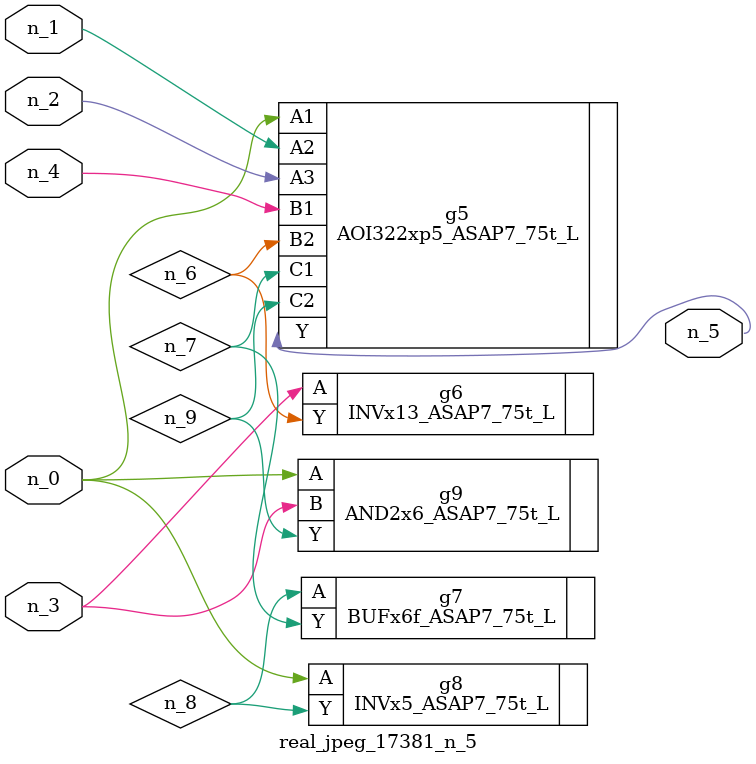
<source format=v>
module real_jpeg_17381_n_5 (n_4, n_0, n_1, n_2, n_3, n_5);

input n_4;
input n_0;
input n_1;
input n_2;
input n_3;

output n_5;

wire n_8;
wire n_6;
wire n_7;
wire n_9;

AOI322xp5_ASAP7_75t_L g5 ( 
.A1(n_0),
.A2(n_1),
.A3(n_2),
.B1(n_4),
.B2(n_6),
.C1(n_7),
.C2(n_9),
.Y(n_5)
);

INVx5_ASAP7_75t_L g8 ( 
.A(n_0),
.Y(n_8)
);

AND2x6_ASAP7_75t_L g9 ( 
.A(n_0),
.B(n_3),
.Y(n_9)
);

INVx13_ASAP7_75t_L g6 ( 
.A(n_3),
.Y(n_6)
);

BUFx6f_ASAP7_75t_L g7 ( 
.A(n_8),
.Y(n_7)
);


endmodule
</source>
